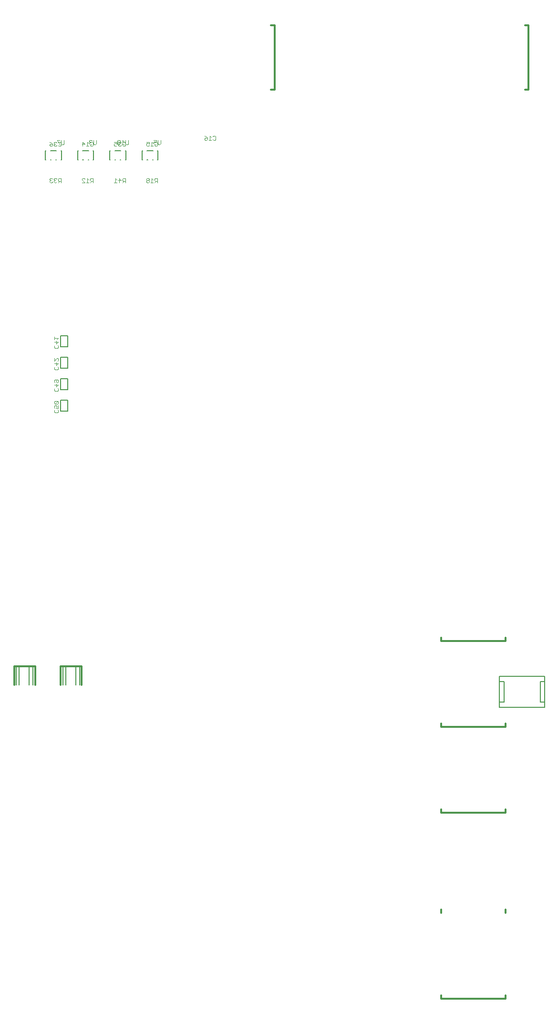
<source format=gbo>
G75*
%MOIN*%
%OFA0B0*%
%FSLAX24Y24*%
%IPPOS*%
%LPD*%
%AMOC8*
5,1,8,0,0,1.08239X$1,22.5*
%
%ADD10C,0.0030*%
%ADD11C,0.0060*%
%ADD12C,0.0120*%
%ADD13C,0.0080*%
%ADD14C,0.0050*%
D10*
X008846Y055775D02*
X008798Y055823D01*
X008798Y055920D01*
X008846Y055968D01*
X008846Y056069D02*
X008798Y056118D01*
X008798Y056215D01*
X008846Y056263D01*
X008943Y056263D01*
X008991Y056215D01*
X008991Y056166D01*
X008943Y056069D01*
X009088Y056069D01*
X009088Y056263D01*
X009040Y056364D02*
X009088Y056412D01*
X009088Y056509D01*
X009040Y056558D01*
X008846Y056364D01*
X008798Y056412D01*
X008798Y056509D01*
X008846Y056558D01*
X009040Y056558D01*
X009040Y056364D02*
X008846Y056364D01*
X009040Y055968D02*
X009088Y055920D01*
X009088Y055823D01*
X009040Y055775D01*
X008846Y055775D01*
X008846Y057275D02*
X008798Y057323D01*
X008798Y057420D01*
X008846Y057468D01*
X008943Y057569D02*
X008943Y057763D01*
X008991Y057864D02*
X008943Y057912D01*
X008943Y058058D01*
X008846Y058058D02*
X009040Y058058D01*
X009088Y058009D01*
X009088Y057912D01*
X009040Y057864D01*
X008991Y057864D01*
X008846Y057864D02*
X008798Y057912D01*
X008798Y058009D01*
X008846Y058058D01*
X008798Y057715D02*
X009088Y057715D01*
X008943Y057569D01*
X009040Y057468D02*
X009088Y057420D01*
X009088Y057323D01*
X009040Y057275D01*
X008846Y057275D01*
X008846Y058775D02*
X008798Y058823D01*
X008798Y058920D01*
X008846Y058968D01*
X008943Y059069D02*
X008943Y059263D01*
X009040Y059364D02*
X009088Y059412D01*
X009088Y059509D01*
X009040Y059558D01*
X008991Y059558D01*
X008798Y059364D01*
X008798Y059558D01*
X008798Y059215D02*
X009088Y059215D01*
X008943Y059069D01*
X009040Y058968D02*
X009088Y058920D01*
X009088Y058823D01*
X009040Y058775D01*
X008846Y058775D01*
X008846Y060275D02*
X008798Y060323D01*
X008798Y060420D01*
X008846Y060468D01*
X008943Y060569D02*
X008943Y060763D01*
X008991Y060864D02*
X009088Y060961D01*
X008798Y060961D01*
X008798Y060864D02*
X008798Y061058D01*
X008798Y060715D02*
X009088Y060715D01*
X008943Y060569D01*
X009040Y060468D02*
X009088Y060420D01*
X009088Y060323D01*
X009040Y060275D01*
X008846Y060275D01*
X008826Y071845D02*
X008923Y071845D01*
X008971Y071893D01*
X009072Y071845D02*
X009169Y071942D01*
X009120Y071942D02*
X009266Y071942D01*
X009266Y071845D02*
X009266Y072135D01*
X009120Y072135D01*
X009072Y072087D01*
X009072Y071990D01*
X009120Y071942D01*
X008971Y072087D02*
X008923Y072135D01*
X008826Y072135D01*
X008777Y072087D01*
X008777Y072038D01*
X008826Y071990D01*
X008777Y071942D01*
X008777Y071893D01*
X008826Y071845D01*
X008826Y071990D02*
X008874Y071990D01*
X008676Y071893D02*
X008628Y071845D01*
X008531Y071845D01*
X008483Y071893D01*
X008483Y071942D01*
X008531Y071990D01*
X008580Y071990D01*
X008531Y071990D02*
X008483Y072038D01*
X008483Y072087D01*
X008531Y072135D01*
X008628Y072135D01*
X008676Y072087D01*
X008628Y074395D02*
X008531Y074395D01*
X008483Y074443D01*
X008483Y074492D01*
X008531Y074540D01*
X008676Y074540D01*
X008676Y074443D01*
X008628Y074395D01*
X008676Y074540D02*
X008580Y074637D01*
X008483Y074685D01*
X008777Y074637D02*
X008777Y074588D01*
X008826Y074540D01*
X008777Y074492D01*
X008777Y074443D01*
X008826Y074395D01*
X008923Y074395D01*
X008971Y074443D01*
X009072Y074443D02*
X009120Y074395D01*
X009217Y074395D01*
X009266Y074443D01*
X009266Y074637D01*
X009217Y074685D01*
X009120Y074685D01*
X009072Y074637D01*
X008971Y074637D02*
X008923Y074685D01*
X008826Y074685D01*
X008777Y074637D01*
X008826Y074540D02*
X008874Y074540D01*
X008994Y074757D02*
X009187Y074563D01*
X009187Y074515D01*
X009288Y074563D02*
X009288Y074805D01*
X009187Y074805D02*
X008994Y074805D01*
X008994Y074757D01*
X009288Y074563D02*
X009337Y074515D01*
X009433Y074515D01*
X009482Y074563D01*
X009482Y074805D01*
X010733Y074540D02*
X010926Y074540D01*
X010781Y074685D01*
X010781Y074395D01*
X011027Y074395D02*
X011221Y074395D01*
X011124Y074395D02*
X011124Y074685D01*
X011221Y074588D01*
X011244Y074612D02*
X011244Y074563D01*
X011292Y074515D01*
X011389Y074515D01*
X011437Y074563D01*
X011538Y074563D02*
X011538Y074805D01*
X011437Y074757D02*
X011389Y074805D01*
X011292Y074805D01*
X011244Y074757D01*
X011244Y074708D01*
X011292Y074660D01*
X011244Y074612D01*
X011292Y074660D02*
X011340Y074660D01*
X011322Y074637D02*
X011370Y074685D01*
X011467Y074685D01*
X011516Y074637D01*
X011516Y074443D01*
X011467Y074395D01*
X011370Y074395D01*
X011322Y074443D01*
X011538Y074563D02*
X011587Y074515D01*
X011683Y074515D01*
X011732Y074563D01*
X011732Y074805D01*
X012983Y074685D02*
X013176Y074685D01*
X013176Y074540D01*
X013080Y074588D01*
X013031Y074588D01*
X012983Y074540D01*
X012983Y074443D01*
X013031Y074395D01*
X013128Y074395D01*
X013176Y074443D01*
X013247Y074515D02*
X013344Y074515D01*
X013392Y074563D01*
X013199Y074757D01*
X013199Y074563D01*
X013247Y074515D01*
X013277Y074492D02*
X013277Y074443D01*
X013326Y074395D01*
X013423Y074395D01*
X013471Y074443D01*
X013494Y074515D02*
X013687Y074515D01*
X013590Y074515D02*
X013590Y074805D01*
X013687Y074708D01*
X013717Y074685D02*
X013620Y074685D01*
X013572Y074637D01*
X013471Y074637D02*
X013423Y074685D01*
X013326Y074685D01*
X013277Y074637D01*
X013277Y074588D01*
X013326Y074540D01*
X013277Y074492D01*
X013326Y074540D02*
X013374Y074540D01*
X013392Y074563D02*
X013392Y074757D01*
X013344Y074805D01*
X013247Y074805D01*
X013199Y074757D01*
X013572Y074443D02*
X013620Y074395D01*
X013717Y074395D01*
X013766Y074443D01*
X013766Y074637D01*
X013717Y074685D01*
X013788Y074805D02*
X013788Y074563D01*
X013837Y074515D01*
X013933Y074515D01*
X013982Y074563D01*
X013982Y074805D01*
X015233Y074685D02*
X015426Y074685D01*
X015426Y074540D01*
X015330Y074588D01*
X015281Y074588D01*
X015233Y074540D01*
X015233Y074443D01*
X015281Y074395D01*
X015378Y074395D01*
X015426Y074443D01*
X015527Y074395D02*
X015721Y074395D01*
X015624Y074395D02*
X015624Y074685D01*
X015721Y074588D01*
X015744Y074563D02*
X015792Y074515D01*
X015889Y074515D01*
X015937Y074563D01*
X015937Y074660D02*
X015840Y074708D01*
X015792Y074708D01*
X015744Y074660D01*
X015744Y074563D01*
X015822Y074637D02*
X015870Y074685D01*
X015967Y074685D01*
X016016Y074637D01*
X016016Y074443D01*
X015967Y074395D01*
X015870Y074395D01*
X015822Y074443D01*
X015937Y074660D02*
X015937Y074805D01*
X015744Y074805D01*
X016038Y074805D02*
X016038Y074563D01*
X016087Y074515D01*
X016183Y074515D01*
X016232Y074563D01*
X016232Y074805D01*
X016016Y072135D02*
X015870Y072135D01*
X015822Y072087D01*
X015822Y071990D01*
X015870Y071942D01*
X016016Y071942D01*
X016016Y071845D02*
X016016Y072135D01*
X015919Y071942D02*
X015822Y071845D01*
X015721Y071845D02*
X015527Y071845D01*
X015624Y071845D02*
X015624Y072135D01*
X015721Y072038D01*
X015426Y072038D02*
X015426Y072087D01*
X015378Y072135D01*
X015281Y072135D01*
X015233Y072087D01*
X015233Y072038D01*
X015281Y071990D01*
X015378Y071990D01*
X015426Y072038D01*
X015378Y071990D02*
X015426Y071942D01*
X015426Y071893D01*
X015378Y071845D01*
X015281Y071845D01*
X015233Y071893D01*
X015233Y071942D01*
X015281Y071990D01*
X013766Y071942D02*
X013620Y071942D01*
X013572Y071990D01*
X013572Y072087D01*
X013620Y072135D01*
X013766Y072135D01*
X013766Y071845D01*
X013669Y071942D02*
X013572Y071845D01*
X013471Y071990D02*
X013277Y071990D01*
X013176Y072038D02*
X013080Y072135D01*
X013080Y071845D01*
X013176Y071845D02*
X012983Y071845D01*
X013326Y071845D02*
X013326Y072135D01*
X013471Y071990D01*
X011516Y071942D02*
X011370Y071942D01*
X011322Y071990D01*
X011322Y072087D01*
X011370Y072135D01*
X011516Y072135D01*
X011516Y071845D01*
X011419Y071942D02*
X011322Y071845D01*
X011221Y071845D02*
X011027Y071845D01*
X011124Y071845D02*
X011124Y072135D01*
X011221Y072038D01*
X010926Y072087D02*
X010878Y072135D01*
X010781Y072135D01*
X010733Y072087D01*
X010733Y072038D01*
X010926Y071845D01*
X010733Y071845D01*
X019299Y074863D02*
X019299Y074912D01*
X019347Y074960D01*
X019492Y074960D01*
X019492Y074863D01*
X019444Y074815D01*
X019347Y074815D01*
X019299Y074863D01*
X019396Y075057D02*
X019492Y074960D01*
X019396Y075057D02*
X019299Y075105D01*
X019690Y075105D02*
X019690Y074815D01*
X019594Y074815D02*
X019787Y074815D01*
X019888Y074863D02*
X019937Y074815D01*
X020033Y074815D01*
X020082Y074863D01*
X020082Y075057D01*
X020033Y075105D01*
X019937Y075105D01*
X019888Y075057D01*
X019787Y075008D02*
X019690Y075105D01*
D11*
X016057Y074069D02*
X016057Y073431D01*
X016020Y073431D01*
X015702Y073431D02*
X015665Y073431D01*
X015328Y073431D02*
X015291Y073431D01*
X014974Y073431D02*
X014937Y073431D01*
X014937Y074069D01*
X014974Y074069D01*
X015291Y074069D02*
X015702Y074069D01*
X016020Y074069D02*
X016057Y074069D01*
X013807Y074069D02*
X013807Y073431D01*
X013770Y073431D01*
X013452Y073431D02*
X013415Y073431D01*
X013078Y073431D02*
X013041Y073431D01*
X012724Y073431D02*
X012687Y073431D01*
X012687Y074069D01*
X012724Y074069D01*
X013041Y074069D02*
X013452Y074069D01*
X013770Y074069D02*
X013807Y074069D01*
X011557Y074069D02*
X011557Y073431D01*
X011520Y073431D01*
X011202Y073431D02*
X011165Y073431D01*
X010828Y073431D02*
X010791Y073431D01*
X010474Y073431D02*
X010437Y073431D01*
X010437Y074069D01*
X010474Y074069D01*
X010791Y074069D02*
X011202Y074069D01*
X011520Y074069D02*
X011557Y074069D01*
X009307Y074069D02*
X009307Y073431D01*
X009270Y073431D01*
X008952Y073431D02*
X008915Y073431D01*
X008578Y073431D02*
X008541Y073431D01*
X008224Y073431D02*
X008187Y073431D01*
X008187Y074069D01*
X008224Y074069D01*
X008541Y074069D02*
X008952Y074069D01*
X009270Y074069D02*
X009307Y074069D01*
D12*
X005997Y038050D02*
X005997Y036750D01*
X005997Y038050D02*
X006147Y038050D01*
X006347Y038050D01*
X007467Y038050D01*
X007467Y036750D01*
X009247Y036750D02*
X009247Y038050D01*
X009397Y038050D01*
X009597Y038050D01*
X010717Y038050D01*
X010717Y036750D01*
X035847Y034050D02*
X035847Y033800D01*
X040347Y033800D01*
X040347Y034050D01*
X040347Y039800D02*
X035847Y039800D01*
X035847Y040050D01*
X040347Y040050D02*
X040347Y039800D01*
X040347Y028050D02*
X040347Y027800D01*
X035847Y027800D01*
X035847Y028050D01*
X035847Y021050D02*
X035847Y020800D01*
X035847Y015050D02*
X035847Y014800D01*
X040347Y014800D01*
X040347Y015050D01*
X040347Y020800D02*
X040347Y021050D01*
X041697Y078350D02*
X041947Y078350D01*
X041947Y082850D01*
X041697Y082850D01*
X024197Y082850D02*
X024197Y078350D01*
X023947Y078350D01*
X023947Y082850D02*
X024197Y082850D01*
D13*
X010567Y038050D02*
X010567Y036750D01*
X010297Y036730D02*
X010297Y038030D01*
X009597Y038050D02*
X009597Y036750D01*
X009397Y036750D02*
X009397Y038050D01*
X007317Y038050D02*
X007317Y036750D01*
X007047Y036730D02*
X007047Y038030D01*
X006347Y038050D02*
X006347Y036750D01*
X006147Y036750D02*
X006147Y038050D01*
D14*
X009251Y055856D02*
X009251Y056644D01*
X009743Y056644D01*
X009743Y055856D01*
X009251Y055856D01*
X009251Y057356D02*
X009251Y058144D01*
X009743Y058144D01*
X009743Y057356D01*
X009251Y057356D01*
X009251Y058856D02*
X009251Y059644D01*
X009743Y059644D01*
X009743Y058856D01*
X009251Y058856D01*
X009251Y060356D02*
X009251Y061144D01*
X009743Y061144D01*
X009743Y060356D01*
X009251Y060356D01*
X039922Y037333D02*
X039922Y036959D01*
X040225Y036959D01*
X040225Y035541D01*
X039922Y035541D01*
X039922Y035167D01*
X043071Y035167D01*
X043071Y035541D01*
X042768Y035541D01*
X042768Y036959D01*
X043071Y036959D01*
X043071Y037333D01*
X039922Y037333D01*
X039922Y036959D02*
X039922Y035541D01*
X043071Y035541D02*
X043071Y036959D01*
M02*

</source>
